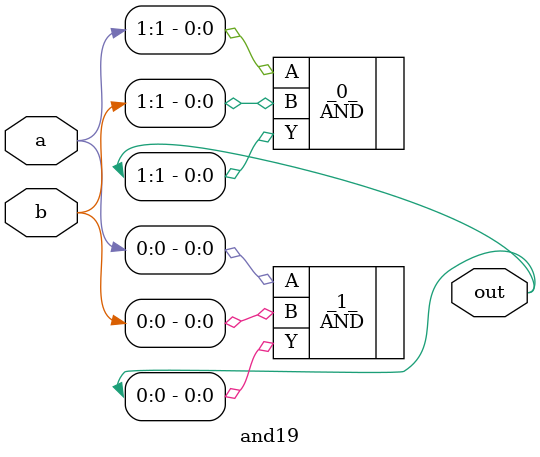
<source format=v>
/* Generated by Yosys 0.41+83 (git sha1 7045cf509, x86_64-w64-mingw32-g++ 13.2.1 -Os) */

/* cells_not_processed =  1  */
/* src = "and19.v:2.1-12.10" */
module and19(a, b, out);
  /* src = "and19.v:3.22-3.23" */
  input [1:0] a;
  wire [1:0] a;
  /* src = "and19.v:4.22-4.23" */
  input [1:0] b;
  wire [1:0] b;
  /* src = "and19.v:5.22-5.25" */
  output [1:0] out;
  wire [1:0] out;
  AND _0_ (
    .A(a[1]),
    .B(b[1]),
    .Y(out[1])
  );
  AND _1_ (
    .A(a[0]),
    .B(b[0]),
    .Y(out[0])
  );
endmodule

</source>
